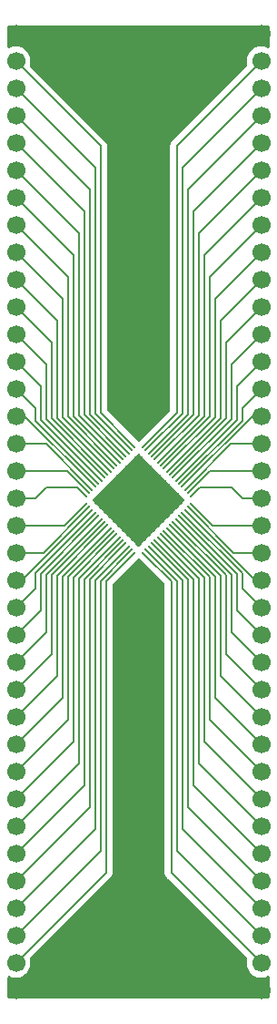
<source format=gtl>
G04 #@! TF.GenerationSoftware,KiCad,Pcbnew,9.0.6*
G04 #@! TF.CreationDate,2026-01-07T17:11:21-06:00*
G04 #@! TF.ProjectId,QFN-68_8x8_P0.4,51464e2d-3638-45f3-9878-385f50302e34,rev?*
G04 #@! TF.SameCoordinates,Original*
G04 #@! TF.FileFunction,Copper,L1,Top*
G04 #@! TF.FilePolarity,Positive*
%FSLAX46Y46*%
G04 Gerber Fmt 4.6, Leading zero omitted, Abs format (unit mm)*
G04 Created by KiCad (PCBNEW 9.0.6) date 2026-01-07 17:11:21*
%MOMM*%
%LPD*%
G01*
G04 APERTURE LIST*
G04 Aperture macros list*
%AMRoundRect*
0 Rectangle with rounded corners*
0 $1 Rounding radius*
0 $2 $3 $4 $5 $6 $7 $8 $9 X,Y pos of 4 corners*
0 Add a 4 corners polygon primitive as box body*
4,1,4,$2,$3,$4,$5,$6,$7,$8,$9,$2,$3,0*
0 Add four circle primitives for the rounded corners*
1,1,$1+$1,$2,$3*
1,1,$1+$1,$4,$5*
1,1,$1+$1,$6,$7*
1,1,$1+$1,$8,$9*
0 Add four rect primitives between the rounded corners*
20,1,$1+$1,$2,$3,$4,$5,0*
20,1,$1+$1,$4,$5,$6,$7,0*
20,1,$1+$1,$6,$7,$8,$9,0*
20,1,$1+$1,$8,$9,$2,$3,0*%
%AMRotRect*
0 Rectangle, with rotation*
0 The origin of the aperture is its center*
0 $1 length*
0 $2 width*
0 $3 Rotation angle, in degrees counterclockwise*
0 Add horizontal line*
21,1,$1,$2,0,0,$3*%
G04 Aperture macros list end*
G04 #@! TA.AperFunction,SMDPad,CuDef*
%ADD10RoundRect,0.050000X-0.437522X0.366812X0.366812X-0.437522X0.437522X-0.366812X-0.366812X0.437522X0*%
G04 #@! TD*
G04 #@! TA.AperFunction,SMDPad,CuDef*
%ADD11RoundRect,0.050000X-0.437522X-0.366812X-0.366812X-0.437522X0.437522X0.366812X0.366812X0.437522X0*%
G04 #@! TD*
G04 #@! TA.AperFunction,HeatsinkPad*
%ADD12C,0.500000*%
G04 #@! TD*
G04 #@! TA.AperFunction,HeatsinkPad*
%ADD13RotRect,5.200000X5.200000X315.000000*%
G04 #@! TD*
G04 #@! TA.AperFunction,ComponentPad*
%ADD14C,1.700000*%
G04 #@! TD*
G04 #@! TA.AperFunction,ViaPad*
%ADD15C,0.600000*%
G04 #@! TD*
G04 #@! TA.AperFunction,Conductor*
%ADD16C,0.200000*%
G04 #@! TD*
G04 APERTURE END LIST*
D10*
X137728904Y-114308099D03*
X137446061Y-114590942D03*
X137163218Y-114873785D03*
X136880376Y-115156627D03*
X136597533Y-115439470D03*
X136314690Y-115722313D03*
X136031847Y-116005156D03*
X135749005Y-116287998D03*
X135466162Y-116570841D03*
X135183319Y-116853684D03*
X134900477Y-117136526D03*
X134617634Y-117419369D03*
X134334791Y-117702212D03*
X134051948Y-117985055D03*
X133769106Y-118267897D03*
X133486263Y-118550740D03*
X133203420Y-118833583D03*
D11*
X133203420Y-120235775D03*
X133486263Y-120518618D03*
X133769106Y-120801461D03*
X134051948Y-121084303D03*
X134334791Y-121367146D03*
X134617634Y-121649989D03*
X134900477Y-121932832D03*
X135183319Y-122215674D03*
X135466162Y-122498517D03*
X135749005Y-122781360D03*
X136031847Y-123064202D03*
X136314690Y-123347045D03*
X136597533Y-123629888D03*
X136880376Y-123912731D03*
X137163218Y-124195573D03*
X137446061Y-124478416D03*
X137728904Y-124761259D03*
D10*
X139131096Y-124761259D03*
X139413939Y-124478416D03*
X139696782Y-124195573D03*
X139979624Y-123912731D03*
X140262467Y-123629888D03*
X140545310Y-123347045D03*
X140828153Y-123064202D03*
X141110995Y-122781360D03*
X141393838Y-122498517D03*
X141676681Y-122215674D03*
X141959523Y-121932832D03*
X142242366Y-121649989D03*
X142525209Y-121367146D03*
X142808052Y-121084303D03*
X143090894Y-120801461D03*
X143373737Y-120518618D03*
X143656580Y-120235775D03*
D11*
X143656580Y-118833583D03*
X143373737Y-118550740D03*
X143090894Y-118267897D03*
X142808052Y-117985055D03*
X142525209Y-117702212D03*
X142242366Y-117419369D03*
X141959523Y-117136526D03*
X141676681Y-116853684D03*
X141393838Y-116570841D03*
X141110995Y-116287998D03*
X140828153Y-116005156D03*
X140545310Y-115722313D03*
X140262467Y-115439470D03*
X139979624Y-115156627D03*
X139696782Y-114873785D03*
X139413939Y-114590942D03*
X139131096Y-114308099D03*
D12*
X138430000Y-116211277D03*
X136768299Y-117872978D03*
X135106598Y-119534679D03*
X137599150Y-117042128D03*
X135937449Y-118703829D03*
X139260850Y-117042128D03*
X138430000Y-117872978D03*
X136768299Y-119534679D03*
X135937449Y-120365529D03*
X137599150Y-118703829D03*
X140091701Y-117872978D03*
X139260850Y-118703829D03*
X138430000Y-119534679D03*
D13*
X138430000Y-119534679D03*
D12*
X137599150Y-120365529D03*
X136768299Y-121196380D03*
X139260850Y-120365529D03*
X140922551Y-118703829D03*
X140091701Y-119534679D03*
X138430000Y-121196380D03*
X137599150Y-122027230D03*
X140922551Y-120365529D03*
X139260850Y-122027230D03*
X141753402Y-119534679D03*
X140091701Y-121196380D03*
X138430000Y-122858081D03*
D14*
X127000000Y-76200000D03*
X127000000Y-78740000D03*
X127000000Y-81280000D03*
X127000000Y-83820000D03*
X127000000Y-86360000D03*
X127000000Y-88900000D03*
X127000000Y-91440000D03*
X127000000Y-93980000D03*
X127000000Y-96520000D03*
X127000000Y-99060000D03*
X127000000Y-101600000D03*
X127000000Y-104140000D03*
X127000000Y-106680000D03*
X127000000Y-109220000D03*
X127000000Y-111760000D03*
X127000000Y-114300000D03*
X127000000Y-116840000D03*
X127000000Y-119380000D03*
X127000000Y-121920000D03*
X127000000Y-124460000D03*
X127000000Y-127000000D03*
X127000000Y-129540000D03*
X127000000Y-132080000D03*
X127000000Y-134620000D03*
X127000000Y-137160000D03*
X127000000Y-139700000D03*
X127000000Y-142240000D03*
X127000000Y-144780000D03*
X127000000Y-147320000D03*
X127000000Y-149860000D03*
X127000000Y-152400000D03*
X127000000Y-154940000D03*
X127000000Y-157480000D03*
X127000000Y-160020000D03*
X127000000Y-162560000D03*
X127000000Y-165100000D03*
X149860000Y-76200000D03*
X149860000Y-78740000D03*
X149860000Y-81280000D03*
X149860000Y-83820000D03*
X149860000Y-86360000D03*
X149860000Y-88900000D03*
X149860000Y-91440000D03*
X149860000Y-93980000D03*
X149860000Y-96520000D03*
X149860000Y-99060000D03*
X149860000Y-101600000D03*
X149860000Y-104140000D03*
X149860000Y-106680000D03*
X149860000Y-109220000D03*
X149860000Y-111760000D03*
X149860000Y-114300000D03*
X149860000Y-116840000D03*
X149860000Y-119380000D03*
X149860000Y-121920000D03*
X149860000Y-124460000D03*
X149860000Y-127000000D03*
X149860000Y-129540000D03*
X149860000Y-132080000D03*
X149860000Y-134620000D03*
X149860000Y-137160000D03*
X149860000Y-139700000D03*
X149860000Y-142240000D03*
X149860000Y-144780000D03*
X149860000Y-147320000D03*
X149860000Y-149860000D03*
X149860000Y-152400000D03*
X149860000Y-154940000D03*
X149860000Y-157480000D03*
X149860000Y-160020000D03*
X149860000Y-162560000D03*
X149860000Y-165100000D03*
D15*
X138425000Y-142195000D03*
X138430000Y-163490000D03*
X138432469Y-125894139D03*
X138480000Y-112950000D03*
X138420000Y-78900000D03*
X138420000Y-91790000D03*
D16*
X131826000Y-139954000D02*
X127000000Y-144780000D01*
X135749005Y-122781360D02*
X131826000Y-126704365D01*
X131826000Y-126704365D02*
X131826000Y-139954000D01*
X135183319Y-116853684D02*
X130302000Y-111972365D01*
X130302000Y-104902000D02*
X127000000Y-101600000D01*
X130302000Y-111972365D02*
X130302000Y-104902000D01*
X133858000Y-90678000D02*
X127000000Y-83820000D01*
X133858000Y-111568567D02*
X133858000Y-90678000D01*
X137163218Y-114873785D02*
X133858000Y-111568567D01*
X132334000Y-96774000D02*
X127000000Y-91440000D01*
X136314690Y-115722313D02*
X132334000Y-111741623D01*
X132334000Y-111741623D02*
X132334000Y-96774000D01*
X135749005Y-116287998D02*
X131318000Y-111856993D01*
X131318000Y-111856993D02*
X131318000Y-100838000D01*
X131318000Y-100838000D02*
X127000000Y-96520000D01*
X134874000Y-111453195D02*
X134874000Y-86614000D01*
X134874000Y-86614000D02*
X127000000Y-78740000D01*
X137728904Y-114308099D02*
X134874000Y-111453195D01*
X133858000Y-126935107D02*
X133858000Y-148082000D01*
X133858000Y-148082000D02*
X127000000Y-154940000D01*
X136880376Y-123912731D02*
X133858000Y-126935107D01*
X131826000Y-111799309D02*
X131826000Y-98806000D01*
X136031847Y-116005156D02*
X131826000Y-111799309D01*
X131826000Y-98806000D02*
X127000000Y-93980000D01*
X132334000Y-126762049D02*
X132334000Y-141986000D01*
X136031847Y-123064202D02*
X132334000Y-126762049D01*
X132334000Y-141986000D02*
X127000000Y-147320000D01*
X137446061Y-114590942D02*
X134366000Y-111510881D01*
X134366000Y-111510881D02*
X134366000Y-88646000D01*
X134366000Y-88646000D02*
X127000000Y-81280000D01*
X134366000Y-126992791D02*
X134366000Y-150114000D01*
X134366000Y-150114000D02*
X127000000Y-157480000D01*
X137163218Y-124195573D02*
X134366000Y-126992791D01*
X130302000Y-126531309D02*
X130302000Y-133858000D01*
X134900477Y-121932832D02*
X130302000Y-126531309D01*
X130302000Y-133858000D02*
X127000000Y-137160000D01*
X134617634Y-121649989D02*
X129794000Y-126473623D01*
X129794000Y-131826000D02*
X127000000Y-134620000D01*
X129794000Y-126473623D02*
X129794000Y-131826000D01*
X133486263Y-120518618D02*
X129544881Y-124460000D01*
X129544881Y-124460000D02*
X127000000Y-124460000D01*
X133769106Y-120801461D02*
X127570567Y-127000000D01*
X127570567Y-127000000D02*
X127000000Y-127000000D01*
X131519195Y-121920000D02*
X127000000Y-121920000D01*
X133203420Y-120235775D02*
X131519195Y-121920000D01*
X130810000Y-102870000D02*
X127000000Y-99060000D01*
X135466162Y-116570841D02*
X130810000Y-111914679D01*
X130810000Y-111914679D02*
X130810000Y-102870000D01*
X127826893Y-111760000D02*
X127000000Y-111760000D01*
X134051948Y-117985055D02*
X127826893Y-111760000D01*
X137728904Y-124761259D02*
X135382000Y-127108163D01*
X135382000Y-154178000D02*
X127000000Y-162560000D01*
X135382000Y-127108163D02*
X135382000Y-154178000D01*
X131318000Y-137922000D02*
X127000000Y-142240000D01*
X135466162Y-122498517D02*
X131318000Y-126646679D01*
X131318000Y-126646679D02*
X131318000Y-137922000D01*
X128778000Y-127762000D02*
X127000000Y-129540000D01*
X128778000Y-126358251D02*
X128778000Y-127762000D01*
X134051948Y-121084303D02*
X128778000Y-126358251D01*
X133486263Y-118550740D02*
X131775523Y-116840000D01*
X131775523Y-116840000D02*
X127000000Y-116840000D01*
X132842000Y-126819735D02*
X132842000Y-144018000D01*
X132842000Y-144018000D02*
X127000000Y-149860000D01*
X136314690Y-123347045D02*
X132842000Y-126819735D01*
X133769106Y-118267897D02*
X129801209Y-114300000D01*
X129801209Y-114300000D02*
X127000000Y-114300000D01*
X130810000Y-135890000D02*
X127000000Y-139700000D01*
X130810000Y-126588993D02*
X130810000Y-135890000D01*
X135183319Y-122215674D02*
X130810000Y-126588993D01*
X133350000Y-126877421D02*
X133350000Y-146050000D01*
X136597533Y-123629888D02*
X133350000Y-126877421D01*
X133350000Y-146050000D02*
X127000000Y-152400000D01*
X134874000Y-152146000D02*
X127000000Y-160020000D01*
X137446061Y-124478416D02*
X134874000Y-127050477D01*
X134874000Y-127050477D02*
X134874000Y-152146000D01*
X129794000Y-118364000D02*
X128778000Y-119380000D01*
X128778000Y-119380000D02*
X127000000Y-119380000D01*
X132733837Y-118364000D02*
X129794000Y-118364000D01*
X133203420Y-118833583D02*
X132733837Y-118364000D01*
X132842000Y-94742000D02*
X127000000Y-88900000D01*
X136597533Y-115439470D02*
X132842000Y-111683937D01*
X132842000Y-111683937D02*
X132842000Y-94742000D01*
X133350000Y-92710000D02*
X127000000Y-86360000D01*
X136880376Y-115156627D02*
X133350000Y-111626251D01*
X133350000Y-111626251D02*
X133350000Y-92710000D01*
X134334791Y-117702212D02*
X128778000Y-112145421D01*
X128778000Y-112145421D02*
X128778000Y-110998000D01*
X128778000Y-110998000D02*
X127000000Y-109220000D01*
X134617634Y-117419369D02*
X129286000Y-112087735D01*
X129286000Y-112087735D02*
X129286000Y-108966000D01*
X129286000Y-108966000D02*
X127000000Y-106680000D01*
X129794000Y-112030049D02*
X129794000Y-106934000D01*
X134900477Y-117136526D02*
X129794000Y-112030049D01*
X129794000Y-106934000D02*
X127000000Y-104140000D01*
X134334791Y-121367146D02*
X129286000Y-126415937D01*
X129286000Y-126415937D02*
X129286000Y-129794000D01*
X129286000Y-129794000D02*
X127000000Y-132080000D01*
X147066000Y-118364000D02*
X148082000Y-119380000D01*
X144126163Y-118364000D02*
X147066000Y-118364000D01*
X148082000Y-119380000D02*
X149860000Y-119380000D01*
X143656580Y-118833583D02*
X144126163Y-118364000D01*
X144018000Y-94742000D02*
X149860000Y-88900000D01*
X144018000Y-111683937D02*
X144018000Y-94742000D01*
X140262467Y-115439470D02*
X144018000Y-111683937D01*
X145542000Y-137922000D02*
X149860000Y-142240000D01*
X141393838Y-122498517D02*
X145542000Y-126646679D01*
X145542000Y-126646679D02*
X145542000Y-137922000D01*
X140545310Y-123347045D02*
X144018000Y-126819735D01*
X144018000Y-126819735D02*
X144018000Y-144018000D01*
X144018000Y-144018000D02*
X149860000Y-149860000D01*
X142525209Y-117702212D02*
X148082000Y-112145421D01*
X148082000Y-110998000D02*
X149860000Y-109220000D01*
X148082000Y-112145421D02*
X148082000Y-110998000D01*
X142242366Y-117419369D02*
X147574000Y-112087735D01*
X147574000Y-108966000D02*
X149860000Y-106680000D01*
X147574000Y-112087735D02*
X147574000Y-108966000D01*
X146558000Y-104902000D02*
X149860000Y-101600000D01*
X146558000Y-111972365D02*
X146558000Y-104902000D01*
X141676681Y-116853684D02*
X146558000Y-111972365D01*
X139696782Y-114873785D02*
X143002000Y-111568567D01*
X143002000Y-90678000D02*
X149860000Y-83820000D01*
X143002000Y-111568567D02*
X143002000Y-90678000D01*
X143090894Y-118267897D02*
X147058791Y-114300000D01*
X147058791Y-114300000D02*
X149860000Y-114300000D01*
X140828153Y-123064202D02*
X144526000Y-126762049D01*
X144526000Y-141986000D02*
X149860000Y-147320000D01*
X144526000Y-126762049D02*
X144526000Y-141986000D01*
X146050000Y-102870000D02*
X149860000Y-99060000D01*
X146050000Y-111914679D02*
X146050000Y-102870000D01*
X141393838Y-116570841D02*
X146050000Y-111914679D01*
X142808052Y-117985055D02*
X149033107Y-111760000D01*
X149033107Y-111760000D02*
X149860000Y-111760000D01*
X148082000Y-126358251D02*
X148082000Y-127762000D01*
X142808052Y-121084303D02*
X148082000Y-126358251D01*
X148082000Y-127762000D02*
X149860000Y-129540000D01*
X141986000Y-86614000D02*
X149860000Y-78740000D01*
X139131096Y-114308099D02*
X141986000Y-111453195D01*
X141986000Y-111453195D02*
X141986000Y-86614000D01*
X139131096Y-124761259D02*
X141478000Y-127108163D01*
X141478000Y-127108163D02*
X141478000Y-154178000D01*
X141478000Y-154178000D02*
X149860000Y-162560000D01*
X142494000Y-126992791D02*
X142494000Y-150114000D01*
X139696782Y-124195573D02*
X142494000Y-126992791D01*
X142494000Y-150114000D02*
X149860000Y-157480000D01*
X142494000Y-111510881D02*
X142494000Y-88646000D01*
X139413939Y-114590942D02*
X142494000Y-111510881D01*
X142494000Y-88646000D02*
X149860000Y-81280000D01*
X145084477Y-116840000D02*
X149860000Y-116840000D01*
X143373737Y-118550740D02*
X145084477Y-116840000D01*
X145340805Y-121920000D02*
X149860000Y-121920000D01*
X143656580Y-120235775D02*
X145340805Y-121920000D01*
X149289433Y-127000000D02*
X149860000Y-127000000D01*
X143090894Y-120801461D02*
X149289433Y-127000000D01*
X146558000Y-126531309D02*
X146558000Y-133858000D01*
X146558000Y-133858000D02*
X149860000Y-137160000D01*
X141959523Y-121932832D02*
X146558000Y-126531309D01*
X140545310Y-115722313D02*
X144526000Y-111741623D01*
X144526000Y-111741623D02*
X144526000Y-96774000D01*
X144526000Y-96774000D02*
X149860000Y-91440000D01*
X147574000Y-126415937D02*
X147574000Y-129794000D01*
X142525209Y-121367146D02*
X147574000Y-126415937D01*
X147574000Y-129794000D02*
X149860000Y-132080000D01*
X143510000Y-126877421D02*
X143510000Y-146050000D01*
X140262467Y-123629888D02*
X143510000Y-126877421D01*
X143510000Y-146050000D02*
X149860000Y-152400000D01*
X143510000Y-111626251D02*
X143510000Y-92710000D01*
X143510000Y-92710000D02*
X149860000Y-86360000D01*
X139979624Y-115156627D02*
X143510000Y-111626251D01*
X142242366Y-121649989D02*
X147066000Y-126473623D01*
X147066000Y-126473623D02*
X147066000Y-131826000D01*
X147066000Y-131826000D02*
X149860000Y-134620000D01*
X146050000Y-126588993D02*
X146050000Y-135890000D01*
X141676681Y-122215674D02*
X146050000Y-126588993D01*
X146050000Y-135890000D02*
X149860000Y-139700000D01*
X141959523Y-117136526D02*
X147066000Y-112030049D01*
X147066000Y-106934000D02*
X149860000Y-104140000D01*
X147066000Y-112030049D02*
X147066000Y-106934000D01*
X141110995Y-122781360D02*
X145034000Y-126704365D01*
X145034000Y-126704365D02*
X145034000Y-139954000D01*
X145034000Y-139954000D02*
X149860000Y-144780000D01*
X140828153Y-116005156D02*
X145034000Y-111799309D01*
X145034000Y-111799309D02*
X145034000Y-98806000D01*
X145034000Y-98806000D02*
X149860000Y-93980000D01*
X139979624Y-123912731D02*
X143002000Y-126935107D01*
X143002000Y-126935107D02*
X143002000Y-148082000D01*
X143002000Y-148082000D02*
X149860000Y-154940000D01*
X145542000Y-111856993D02*
X145542000Y-100838000D01*
X141110995Y-116287998D02*
X145542000Y-111856993D01*
X145542000Y-100838000D02*
X149860000Y-96520000D01*
X141986000Y-152146000D02*
X149860000Y-160020000D01*
X141986000Y-127050477D02*
X141986000Y-152146000D01*
X139413939Y-124478416D02*
X141986000Y-127050477D01*
X143373737Y-120518618D02*
X147315119Y-124460000D01*
X147315119Y-124460000D02*
X149860000Y-124460000D01*
G04 #@! TA.AperFunction,Conductor*
G36*
X138473334Y-124968578D02*
G01*
X138517681Y-124997079D01*
X140841181Y-127320579D01*
X140874666Y-127381902D01*
X140877500Y-127408260D01*
X140877500Y-154091330D01*
X140877499Y-154091348D01*
X140877499Y-154257054D01*
X140877498Y-154257054D01*
X140877499Y-154257056D01*
X140877499Y-154257057D01*
X140918423Y-154409785D01*
X140918425Y-154409788D01*
X140925240Y-154421592D01*
X140997477Y-154546712D01*
X140997481Y-154546717D01*
X141116349Y-154665585D01*
X141116355Y-154665590D01*
X148526241Y-162075476D01*
X148559726Y-162136799D01*
X148556492Y-162201473D01*
X148542753Y-162243757D01*
X148509500Y-162453713D01*
X148509500Y-162666286D01*
X148542753Y-162876239D01*
X148608444Y-163078414D01*
X148704951Y-163267820D01*
X148829890Y-163439786D01*
X148980213Y-163590109D01*
X149152179Y-163715048D01*
X149152181Y-163715049D01*
X149152184Y-163715051D01*
X149341588Y-163811557D01*
X149543757Y-163877246D01*
X149753713Y-163910500D01*
X149753714Y-163910500D01*
X149966286Y-163910500D01*
X149966287Y-163910500D01*
X150176243Y-163877246D01*
X150378412Y-163811557D01*
X150449205Y-163775485D01*
X150517874Y-163762590D01*
X150582614Y-163788866D01*
X150622872Y-163845972D01*
X150629500Y-163885971D01*
X150629500Y-165745500D01*
X150609815Y-165812539D01*
X150557011Y-165858294D01*
X150505500Y-165869500D01*
X126354500Y-165869500D01*
X126287461Y-165849815D01*
X126241706Y-165797011D01*
X126230500Y-165745500D01*
X126230500Y-163885971D01*
X126250185Y-163818932D01*
X126302989Y-163773177D01*
X126372147Y-163763233D01*
X126410793Y-163775485D01*
X126481588Y-163811557D01*
X126683757Y-163877246D01*
X126893713Y-163910500D01*
X126893714Y-163910500D01*
X127106286Y-163910500D01*
X127106287Y-163910500D01*
X127316243Y-163877246D01*
X127518412Y-163811557D01*
X127707816Y-163715051D01*
X127729789Y-163699086D01*
X127879786Y-163590109D01*
X127879788Y-163590106D01*
X127879792Y-163590104D01*
X128030104Y-163439792D01*
X128030106Y-163439788D01*
X128030109Y-163439786D01*
X128155048Y-163267820D01*
X128155047Y-163267820D01*
X128155051Y-163267816D01*
X128251557Y-163078412D01*
X128317246Y-162876243D01*
X128350500Y-162666287D01*
X128350500Y-162453713D01*
X128317246Y-162243757D01*
X128303506Y-162201473D01*
X128301512Y-162131635D01*
X128333755Y-162075478D01*
X135740506Y-154668728D01*
X135740511Y-154668724D01*
X135750714Y-154658520D01*
X135750716Y-154658520D01*
X135862520Y-154546716D01*
X135934762Y-154421588D01*
X135941577Y-154409785D01*
X135982500Y-154257057D01*
X135982500Y-154098943D01*
X135982500Y-127408260D01*
X136002185Y-127341221D01*
X136018819Y-127320579D01*
X138342319Y-124997079D01*
X138403642Y-124963594D01*
X138473334Y-124968578D01*
G37*
G04 #@! TD.AperFunction*
G04 #@! TA.AperFunction,Conductor*
G36*
X138519699Y-115270396D02*
G01*
X138527510Y-115279410D01*
X138556676Y-115316537D01*
X138556685Y-115316547D01*
X138688333Y-115448195D01*
X138688353Y-115448213D01*
X138761296Y-115505516D01*
X138782203Y-115526422D01*
X138839516Y-115599377D01*
X138839528Y-115599390D01*
X138971176Y-115731038D01*
X138971182Y-115731043D01*
X138971186Y-115731047D01*
X138971189Y-115731049D01*
X139044144Y-115788363D01*
X139065050Y-115809270D01*
X139122352Y-115882212D01*
X139122370Y-115882232D01*
X139254018Y-116013880D01*
X139254038Y-116013898D01*
X139326981Y-116071201D01*
X139347888Y-116092107D01*
X139405201Y-116165062D01*
X139405213Y-116165075D01*
X139536861Y-116296723D01*
X139536881Y-116296741D01*
X139609824Y-116354044D01*
X139630731Y-116374950D01*
X139688044Y-116447905D01*
X139688056Y-116447918D01*
X139819704Y-116579566D01*
X139819724Y-116579584D01*
X139892667Y-116636887D01*
X139913574Y-116657793D01*
X139970887Y-116730748D01*
X139970899Y-116730761D01*
X140102547Y-116862409D01*
X140102553Y-116862414D01*
X140102557Y-116862418D01*
X140102560Y-116862420D01*
X140175515Y-116919734D01*
X140196421Y-116940641D01*
X140253723Y-117013583D01*
X140253741Y-117013603D01*
X140385389Y-117145251D01*
X140385409Y-117145269D01*
X140458352Y-117202572D01*
X140479259Y-117223478D01*
X140536572Y-117296433D01*
X140536584Y-117296446D01*
X140668232Y-117428094D01*
X140668252Y-117428112D01*
X140741195Y-117485415D01*
X140762102Y-117506321D01*
X140819415Y-117579276D01*
X140819427Y-117579289D01*
X140951075Y-117710937D01*
X140951081Y-117710942D01*
X140951085Y-117710946D01*
X140975524Y-117730145D01*
X141024043Y-117768262D01*
X141044949Y-117789169D01*
X141102251Y-117862111D01*
X141102269Y-117862131D01*
X141233917Y-117993779D01*
X141233937Y-117993797D01*
X141306880Y-118051100D01*
X141327787Y-118072006D01*
X141385100Y-118144961D01*
X141385112Y-118144974D01*
X141516760Y-118276622D01*
X141516780Y-118276640D01*
X141589723Y-118333943D01*
X141610630Y-118354849D01*
X141667943Y-118427804D01*
X141667955Y-118427817D01*
X141799603Y-118559465D01*
X141799623Y-118559483D01*
X141872566Y-118616786D01*
X141893473Y-118637692D01*
X141950786Y-118710647D01*
X141950798Y-118710660D01*
X142082446Y-118842308D01*
X142082452Y-118842313D01*
X142082456Y-118842317D01*
X142082459Y-118842319D01*
X142155414Y-118899633D01*
X142176320Y-118920540D01*
X142233622Y-118993482D01*
X142233640Y-118993502D01*
X142365288Y-119125150D01*
X142365308Y-119125168D01*
X142438251Y-119182471D01*
X142459158Y-119203377D01*
X142516471Y-119276332D01*
X142516483Y-119276345D01*
X142648131Y-119407993D01*
X142648137Y-119407998D01*
X142648141Y-119408002D01*
X142648144Y-119408004D01*
X142685269Y-119437170D01*
X142725826Y-119494064D01*
X142729185Y-119563853D01*
X142694281Y-119624379D01*
X142685269Y-119632188D01*
X142648144Y-119661353D01*
X142648131Y-119661364D01*
X142516483Y-119793012D01*
X142516471Y-119793025D01*
X142459160Y-119865978D01*
X142438254Y-119886884D01*
X142365301Y-119944195D01*
X142365288Y-119944207D01*
X142233640Y-120075855D01*
X142233629Y-120075868D01*
X142176318Y-120148821D01*
X142155412Y-120169727D01*
X142082459Y-120227038D01*
X142082446Y-120227049D01*
X141950798Y-120358697D01*
X141950786Y-120358710D01*
X141893475Y-120431663D01*
X141872569Y-120452569D01*
X141799616Y-120509880D01*
X141799603Y-120509892D01*
X141667955Y-120641540D01*
X141667943Y-120641553D01*
X141610632Y-120714506D01*
X141589726Y-120735412D01*
X141516773Y-120792723D01*
X141516760Y-120792735D01*
X141385112Y-120924383D01*
X141385100Y-120924396D01*
X141327789Y-120997349D01*
X141306883Y-121018255D01*
X141233930Y-121075566D01*
X141233917Y-121075578D01*
X141102269Y-121207226D01*
X141102258Y-121207239D01*
X141044947Y-121280192D01*
X141024041Y-121301098D01*
X140951088Y-121358409D01*
X140951075Y-121358420D01*
X140819427Y-121490068D01*
X140819415Y-121490081D01*
X140762104Y-121563034D01*
X140741198Y-121583940D01*
X140668245Y-121641251D01*
X140668232Y-121641263D01*
X140536584Y-121772911D01*
X140536572Y-121772924D01*
X140479261Y-121845877D01*
X140458355Y-121866783D01*
X140385402Y-121924094D01*
X140385389Y-121924106D01*
X140253741Y-122055754D01*
X140253730Y-122055767D01*
X140196419Y-122128720D01*
X140175513Y-122149626D01*
X140102560Y-122206937D01*
X140102547Y-122206948D01*
X139970899Y-122338596D01*
X139970887Y-122338609D01*
X139913576Y-122411562D01*
X139892670Y-122432468D01*
X139819717Y-122489779D01*
X139819704Y-122489791D01*
X139688056Y-122621439D01*
X139688044Y-122621452D01*
X139630733Y-122694405D01*
X139609827Y-122715311D01*
X139536874Y-122772622D01*
X139536861Y-122772634D01*
X139405213Y-122904282D01*
X139405201Y-122904295D01*
X139347890Y-122977248D01*
X139326984Y-122998154D01*
X139254031Y-123055465D01*
X139254018Y-123055477D01*
X139122370Y-123187125D01*
X139122359Y-123187138D01*
X139065048Y-123260091D01*
X139044142Y-123280997D01*
X138971189Y-123338308D01*
X138971176Y-123338319D01*
X138839528Y-123469967D01*
X138839516Y-123469980D01*
X138782205Y-123542933D01*
X138761299Y-123563839D01*
X138688346Y-123621150D01*
X138688333Y-123621162D01*
X138556685Y-123752810D01*
X138556674Y-123752823D01*
X138527509Y-123789948D01*
X138470615Y-123830505D01*
X138400826Y-123833864D01*
X138340300Y-123798960D01*
X138332491Y-123789948D01*
X138303325Y-123752823D01*
X138303323Y-123752820D01*
X138303319Y-123752816D01*
X138303314Y-123752810D01*
X138171666Y-123621162D01*
X138171653Y-123621150D01*
X138098698Y-123563837D01*
X138077792Y-123542930D01*
X138020489Y-123469987D01*
X138020471Y-123469967D01*
X137888823Y-123338319D01*
X137888803Y-123338301D01*
X137815861Y-123280999D01*
X137794954Y-123260093D01*
X137744062Y-123195312D01*
X137737638Y-123187135D01*
X137737634Y-123187131D01*
X137737629Y-123187125D01*
X137605981Y-123055477D01*
X137605968Y-123055465D01*
X137533013Y-122998152D01*
X137512107Y-122977245D01*
X137454804Y-122904302D01*
X137454786Y-122904282D01*
X137323138Y-122772634D01*
X137323125Y-122772622D01*
X137250170Y-122715309D01*
X137229264Y-122694402D01*
X137171961Y-122621459D01*
X137171943Y-122621439D01*
X137040295Y-122489791D01*
X137040282Y-122489779D01*
X136967327Y-122432466D01*
X136946421Y-122411559D01*
X136889118Y-122338616D01*
X136889100Y-122338596D01*
X136757452Y-122206948D01*
X136757432Y-122206930D01*
X136684490Y-122149628D01*
X136663583Y-122128722D01*
X136606269Y-122055767D01*
X136606267Y-122055764D01*
X136606263Y-122055760D01*
X136606258Y-122055754D01*
X136474610Y-121924106D01*
X136474597Y-121924094D01*
X136401642Y-121866781D01*
X136380736Y-121845874D01*
X136323433Y-121772931D01*
X136323415Y-121772911D01*
X136191767Y-121641263D01*
X136191754Y-121641251D01*
X136118799Y-121583938D01*
X136097893Y-121563031D01*
X136040590Y-121490088D01*
X136040572Y-121490068D01*
X135908924Y-121358420D01*
X135908904Y-121358402D01*
X135835962Y-121301100D01*
X135815055Y-121280194D01*
X135757741Y-121207239D01*
X135757739Y-121207236D01*
X135757735Y-121207232D01*
X135757730Y-121207226D01*
X135626082Y-121075578D01*
X135626069Y-121075566D01*
X135553114Y-121018253D01*
X135532208Y-120997346D01*
X135474905Y-120924403D01*
X135474887Y-120924383D01*
X135343239Y-120792735D01*
X135343226Y-120792723D01*
X135270271Y-120735410D01*
X135249365Y-120714503D01*
X135192062Y-120641560D01*
X135192044Y-120641540D01*
X135060396Y-120509892D01*
X135060383Y-120509880D01*
X134987428Y-120452567D01*
X134966522Y-120431660D01*
X134909219Y-120358717D01*
X134909201Y-120358697D01*
X134777553Y-120227049D01*
X134777533Y-120227031D01*
X134704591Y-120169729D01*
X134683684Y-120148823D01*
X134645567Y-120100304D01*
X134626368Y-120075865D01*
X134626364Y-120075861D01*
X134626359Y-120075855D01*
X134494711Y-119944207D01*
X134494698Y-119944195D01*
X134421743Y-119886882D01*
X134400837Y-119865975D01*
X134343534Y-119793032D01*
X134343516Y-119793012D01*
X134211868Y-119661364D01*
X134211858Y-119661355D01*
X134200647Y-119652548D01*
X134174730Y-119632187D01*
X134134174Y-119575295D01*
X134130813Y-119505507D01*
X134165717Y-119444980D01*
X134174730Y-119437170D01*
X134211859Y-119408002D01*
X134343525Y-119276336D01*
X134398566Y-119206273D01*
X134398566Y-119206270D01*
X134400838Y-119203380D01*
X134421746Y-119182472D01*
X134424636Y-119180200D01*
X134424639Y-119180200D01*
X134494702Y-119125159D01*
X134626368Y-118993493D01*
X134681409Y-118923430D01*
X134681410Y-118923427D01*
X134683680Y-118920538D01*
X134704589Y-118899629D01*
X134707478Y-118897359D01*
X134707481Y-118897358D01*
X134777544Y-118842317D01*
X134909210Y-118710651D01*
X134964251Y-118640588D01*
X134964251Y-118640585D01*
X134966523Y-118637695D01*
X134987431Y-118616787D01*
X134990321Y-118614515D01*
X134990324Y-118614515D01*
X135060387Y-118559474D01*
X135192053Y-118427808D01*
X135247094Y-118357745D01*
X135247094Y-118357742D01*
X135249366Y-118354852D01*
X135270274Y-118333944D01*
X135273164Y-118331672D01*
X135273167Y-118331672D01*
X135343230Y-118276631D01*
X135474896Y-118144965D01*
X135529937Y-118074902D01*
X135529937Y-118074899D01*
X135532209Y-118072009D01*
X135553117Y-118051101D01*
X135556007Y-118048829D01*
X135556010Y-118048829D01*
X135626073Y-117993788D01*
X135757739Y-117862122D01*
X135812780Y-117792059D01*
X135812781Y-117792056D01*
X135815051Y-117789167D01*
X135835960Y-117768258D01*
X135838849Y-117765988D01*
X135838852Y-117765987D01*
X135908915Y-117710946D01*
X136040581Y-117579280D01*
X136095622Y-117509217D01*
X136095622Y-117509214D01*
X136097894Y-117506324D01*
X136118802Y-117485416D01*
X136121692Y-117483144D01*
X136121695Y-117483144D01*
X136191758Y-117428103D01*
X136323424Y-117296437D01*
X136378465Y-117226374D01*
X136378465Y-117226371D01*
X136380737Y-117223481D01*
X136401645Y-117202573D01*
X136404535Y-117200301D01*
X136404538Y-117200301D01*
X136474601Y-117145260D01*
X136606267Y-117013594D01*
X136661308Y-116943531D01*
X136661309Y-116943528D01*
X136663579Y-116940639D01*
X136684488Y-116919730D01*
X136687377Y-116917460D01*
X136687380Y-116917459D01*
X136757443Y-116862418D01*
X136889109Y-116730752D01*
X136944150Y-116660689D01*
X136944150Y-116660686D01*
X136946422Y-116657796D01*
X136967330Y-116636888D01*
X136970220Y-116634616D01*
X136970223Y-116634616D01*
X137040286Y-116579575D01*
X137171952Y-116447909D01*
X137226993Y-116377846D01*
X137226993Y-116377843D01*
X137229265Y-116374953D01*
X137250173Y-116354045D01*
X137253063Y-116351773D01*
X137253066Y-116351773D01*
X137323129Y-116296732D01*
X137454795Y-116165066D01*
X137509836Y-116095003D01*
X137509836Y-116095000D01*
X137512108Y-116092110D01*
X137533016Y-116071202D01*
X137535906Y-116068930D01*
X137535909Y-116068930D01*
X137605972Y-116013889D01*
X137737638Y-115882223D01*
X137792679Y-115812160D01*
X137792680Y-115812157D01*
X137794950Y-115809268D01*
X137815859Y-115788359D01*
X137818748Y-115786089D01*
X137818751Y-115786088D01*
X137888814Y-115731047D01*
X138020480Y-115599381D01*
X138075521Y-115529318D01*
X138075521Y-115529315D01*
X138077793Y-115526425D01*
X138098701Y-115505517D01*
X138101591Y-115503245D01*
X138101594Y-115503245D01*
X138171657Y-115448204D01*
X138303323Y-115316538D01*
X138332491Y-115279409D01*
X138389384Y-115238853D01*
X138459172Y-115235492D01*
X138519699Y-115270396D01*
G37*
G04 #@! TD.AperFunction*
G04 #@! TA.AperFunction,Conductor*
G36*
X150572539Y-75450185D02*
G01*
X150618294Y-75502989D01*
X150629500Y-75554500D01*
X150629500Y-77414028D01*
X150609815Y-77481067D01*
X150557011Y-77526822D01*
X150487853Y-77536766D01*
X150449206Y-77524513D01*
X150378417Y-77488445D01*
X150378414Y-77488444D01*
X150378412Y-77488443D01*
X150176243Y-77422754D01*
X150176241Y-77422753D01*
X150176240Y-77422753D01*
X150014957Y-77397208D01*
X149966287Y-77389500D01*
X149753713Y-77389500D01*
X149705042Y-77397208D01*
X149543760Y-77422753D01*
X149341585Y-77488444D01*
X149152179Y-77584951D01*
X148980213Y-77709890D01*
X148829890Y-77860213D01*
X148704951Y-78032179D01*
X148608444Y-78221585D01*
X148542753Y-78423760D01*
X148509500Y-78633713D01*
X148509500Y-78846286D01*
X148542754Y-79056244D01*
X148542754Y-79056247D01*
X148556491Y-79098523D01*
X148558486Y-79168364D01*
X148526241Y-79224522D01*
X141617286Y-86133478D01*
X141505481Y-86245282D01*
X141505479Y-86245285D01*
X141493790Y-86265532D01*
X141462865Y-86319097D01*
X141455361Y-86332094D01*
X141455359Y-86332096D01*
X141426425Y-86382209D01*
X141426424Y-86382210D01*
X141410544Y-86441472D01*
X141385499Y-86534943D01*
X141385499Y-86534944D01*
X141385499Y-86534945D01*
X141385499Y-86703046D01*
X141385500Y-86703059D01*
X141385500Y-111153098D01*
X141365815Y-111220137D01*
X141349181Y-111240779D01*
X138517681Y-114072279D01*
X138456358Y-114105764D01*
X138386666Y-114100780D01*
X138342319Y-114072279D01*
X135510819Y-111240779D01*
X135477334Y-111179456D01*
X135474500Y-111153098D01*
X135474500Y-86703060D01*
X135474501Y-86703047D01*
X135474501Y-86534944D01*
X135433576Y-86382214D01*
X135433573Y-86382209D01*
X135354524Y-86245290D01*
X135354521Y-86245286D01*
X135354520Y-86245284D01*
X128333756Y-79224521D01*
X128300272Y-79163199D01*
X128303507Y-79098523D01*
X128317246Y-79056243D01*
X128350500Y-78846287D01*
X128350500Y-78633713D01*
X128317246Y-78423757D01*
X128251557Y-78221588D01*
X128155051Y-78032184D01*
X128155049Y-78032181D01*
X128155048Y-78032179D01*
X128030109Y-77860213D01*
X127879786Y-77709890D01*
X127707820Y-77584951D01*
X127518414Y-77488444D01*
X127518413Y-77488443D01*
X127518412Y-77488443D01*
X127316243Y-77422754D01*
X127316241Y-77422753D01*
X127316240Y-77422753D01*
X127154957Y-77397208D01*
X127106287Y-77389500D01*
X126893713Y-77389500D01*
X126845042Y-77397208D01*
X126683760Y-77422753D01*
X126481582Y-77488445D01*
X126410794Y-77524513D01*
X126342125Y-77537409D01*
X126277384Y-77511132D01*
X126237128Y-77454025D01*
X126230500Y-77414028D01*
X126230500Y-75554500D01*
X126250185Y-75487461D01*
X126302989Y-75441706D01*
X126354500Y-75430500D01*
X150505500Y-75430500D01*
X150572539Y-75450185D01*
G37*
G04 #@! TD.AperFunction*
M02*

</source>
